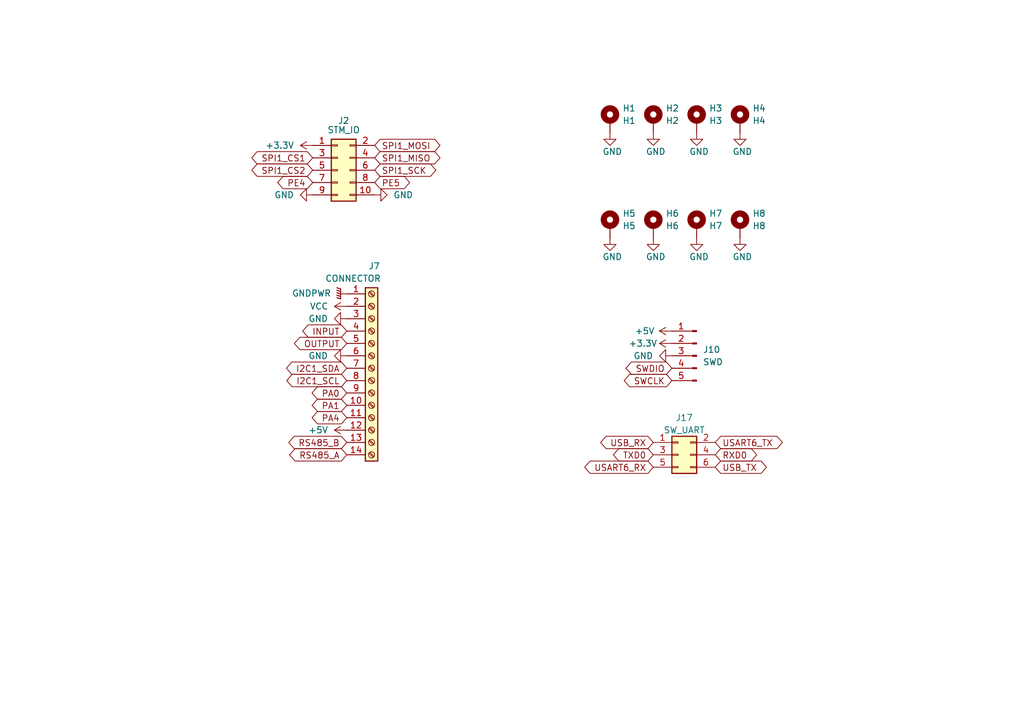
<source format=kicad_sch>
(kicad_sch (version 20211123) (generator eeschema)
  (paper "A5")
  (lib_symbols
    (symbol "Connector:Conn_01x05_Male" (pin_names (offset 1.016) hide)
      (property "Reference" "J" (at 0 7.62 0))
      (property "Value" "Conn_01x05_Male" (at 0 -7.62 0))
      (symbol "Conn_01x05_Male_1_1"
        (polyline (pts (xy 1.27 -5.08) (xy 0.8636 -5.08)) (stroke (width 0.1524)))
        (polyline (pts (xy 1.27 -2.54) (xy 0.8636 -2.54)) (stroke (width 0.1524)))
        (polyline (pts (xy 1.27 0) (xy 0.8636 0)) (stroke (width 0.1524)))
        (polyline (pts (xy 1.27 2.54) (xy 0.8636 2.54)) (stroke (width 0.1524)))
        (polyline (pts (xy 1.27 5.08) (xy 0.8636 5.08)) (stroke (width 0.1524)))
        (rectangle (start 0.8636 -4.953) (end 0 -5.207) (stroke (width 0.1524)) (fill (type outline)))
        (rectangle (start 0.8636 -2.413) (end 0 -2.667) (stroke (width 0.1524)) (fill (type outline)))
        (rectangle (start 0.8636 0.127) (end 0 -0.127) (stroke (width 0.1524)) (fill (type outline)))
        (rectangle (start 0.8636 2.667) (end 0 2.413) (stroke (width 0.1524)) (fill (type outline)))
        (rectangle (start 0.8636 5.207) (end 0 4.953) (stroke (width 0.1524)) (fill (type outline)))
        (pin passive line (at 5.08 5.08 180) (length 3.81) (name "Pin_1") (number "1"))
        (pin passive line (at 5.08 2.54 180) (length 3.81) (name "Pin_2") (number "2"))
        (pin passive line (at 5.08 0 180) (length 3.81) (name "Pin_3") (number "3"))
        (pin passive line (at 5.08 -2.54 180) (length 3.81) (name "Pin_4") (number "4"))
        (pin passive line (at 5.08 -5.08 180) (length 3.81) (name "Pin_5") (number "5"))
      )
    )
    (symbol "Connector:Screw_Terminal_01x14" (pin_names (offset 1.016) hide)
      (property "Reference" "J" (at 0 17.78 0))
      (property "Value" "Screw_Terminal_01x14" (at 0 -20.32 0))
      (symbol "Screw_Terminal_01x14_1_1"
        (rectangle (start -1.27 16.51) (end 1.27 -19.05) (stroke (width 0.254)) (fill (type background)))
        (circle (center 0 -17.78) (radius 0.635) (stroke (width 0.1524)))
        (circle (center 0 -15.24) (radius 0.635) (stroke (width 0.1524)))
        (circle (center 0 -12.7) (radius 0.635) (stroke (width 0.1524)))
        (circle (center 0 -10.16) (radius 0.635) (stroke (width 0.1524)))
        (circle (center 0 -7.62) (radius 0.635) (stroke (width 0.1524)))
        (circle (center 0 -5.08) (radius 0.635) (stroke (width 0.1524)))
        (circle (center 0 -2.54) (radius 0.635) (stroke (width 0.1524)))
        (polyline (pts (xy -0.5334 -17.4498) (xy 0.3302 -18.288)) (stroke (width 0.1524)))
        (polyline (pts (xy -0.5334 -14.9098) (xy 0.3302 -15.748)) (stroke (width 0.1524)))
        (polyline (pts (xy -0.5334 -12.3698) (xy 0.3302 -13.208)) (stroke (width 0.1524)))
        (polyline (pts (xy -0.5334 -9.8298) (xy 0.3302 -10.668)) (stroke (width 0.1524)))
        (polyline (pts (xy -0.5334 -7.2898) (xy 0.3302 -8.128)) (stroke (width 0.1524)))
        (polyline (pts (xy -0.5334 -4.7498) (xy 0.3302 -5.588)) (stroke (width 0.1524)))
        (polyline (pts (xy -0.5334 -2.2098) (xy 0.3302 -3.048)) (stroke (width 0.1524)))
        (polyline (pts (xy -0.5334 0.3302) (xy 0.3302 -0.508)) (stroke (width 0.1524)))
        (polyline (pts (xy -0.5334 2.8702) (xy 0.3302 2.032)) (stroke (width 0.1524)))
        (polyline (pts (xy -0.5334 5.4102) (xy 0.3302 4.572)) (stroke (width 0.1524)))
        (polyline (pts (xy -0.5334 7.9502) (xy 0.3302 7.112)) (stroke (width 0.1524)))
        (polyline (pts (xy -0.5334 10.4902) (xy 0.3302 9.652)) (stroke (width 0.1524)))
        (polyline (pts (xy -0.5334 13.0302) (xy 0.3302 12.192)) (stroke (width 0.1524)))
        (polyline (pts (xy -0.5334 15.5702) (xy 0.3302 14.732)) (stroke (width 0.1524)))
        (polyline (pts (xy -0.3556 -17.272) (xy 0.508 -18.1102)) (stroke (width 0.1524)))
        (polyline (pts (xy -0.3556 -14.732) (xy 0.508 -15.5702)) (stroke (width 0.1524)))
        (polyline (pts (xy -0.3556 -12.192) (xy 0.508 -13.0302)) (stroke (width 0.1524)))
        (polyline (pts (xy -0.3556 -9.652) (xy 0.508 -10.4902)) (stroke (width 0.1524)))
        (polyline (pts (xy -0.3556 -7.112) (xy 0.508 -7.9502)) (stroke (width 0.1524)))
        (polyline (pts (xy -0.3556 -4.572) (xy 0.508 -5.4102)) (stroke (width 0.1524)))
        (polyline (pts (xy -0.3556 -2.032) (xy 0.508 -2.8702)) (stroke (width 0.1524)))
        (polyline (pts (xy -0.3556 0.508) (xy 0.508 -0.3302)) (stroke (width 0.1524)))
        (polyline (pts (xy -0.3556 3.048) (xy 0.508 2.2098)) (stroke (width 0.1524)))
        (polyline (pts (xy -0.3556 5.588) (xy 0.508 4.7498)) (stroke (width 0.1524)))
        (polyline (pts (xy -0.3556 8.128) (xy 0.508 7.2898)) (stroke (width 0.1524)))
        (polyline (pts (xy -0.3556 10.668) (xy 0.508 9.8298)) (stroke (width 0.1524)))
        (polyline (pts (xy -0.3556 13.208) (xy 0.508 12.3698)) (stroke (width 0.1524)))
        (polyline (pts (xy -0.3556 15.748) (xy 0.508 14.9098)) (stroke (width 0.1524)))
        (circle (center 0 0) (radius 0.635) (stroke (width 0.1524)))
        (circle (center 0 2.54) (radius 0.635) (stroke (width 0.1524)))
        (circle (center 0 5.08) (radius 0.635) (stroke (width 0.1524)))
        (circle (center 0 7.62) (radius 0.635) (stroke (width 0.1524)))
        (circle (center 0 10.16) (radius 0.635) (stroke (width 0.1524)))
        (circle (center 0 12.7) (radius 0.635) (stroke (width 0.1524)))
        (circle (center 0 15.24) (radius 0.635) (stroke (width 0.1524)))
        (pin passive line (at -5.08 15.24 0) (length 3.81) (name "Pin_1") (number "1"))
        (pin passive line (at -5.08 -7.62 0) (length 3.81) (name "Pin_10") (number "10"))
        (pin passive line (at -5.08 -10.16 0) (length 3.81) (name "Pin_11") (number "11"))
        (pin passive line (at -5.08 -12.7 0) (length 3.81) (name "Pin_12") (number "12"))
        (pin passive line (at -5.08 -15.24 0) (length 3.81) (name "Pin_13") (number "13"))
        (pin passive line (at -5.08 -17.78 0) (length 3.81) (name "Pin_14") (number "14"))
        (pin passive line (at -5.08 12.7 0) (length 3.81) (name "Pin_2") (number "2"))
        (pin passive line (at -5.08 10.16 0) (length 3.81) (name "Pin_3") (number "3"))
        (pin passive line (at -5.08 7.62 0) (length 3.81) (name "Pin_4") (number "4"))
        (pin passive line (at -5.08 5.08 0) (length 3.81) (name "Pin_5") (number "5"))
        (pin passive line (at -5.08 2.54 0) (length 3.81) (name "Pin_6") (number "6"))
        (pin passive line (at -5.08 0 0) (length 3.81) (name "Pin_7") (number "7"))
        (pin passive line (at -5.08 -2.54 0) (length 3.81) (name "Pin_8") (number "8"))
        (pin passive line (at -5.08 -5.08 0) (length 3.81) (name "Pin_9") (number "9"))
      )
    )
    (symbol "Connector_Generic:Conn_02x03_Odd_Even" (pin_names (offset 1.016) hide)
      (property "Reference" "J" (at 1.27 5.08 0))
      (property "Value" "Conn_02x03_Odd_Even" (at 1.27 -5.08 0))
      (symbol "Conn_02x03_Odd_Even_1_1"
        (rectangle (start -1.27 -2.413) (end 0 -2.667) (stroke (width 0.1524)))
        (rectangle (start -1.27 0.127) (end 0 -0.127) (stroke (width 0.1524)))
        (rectangle (start -1.27 2.667) (end 0 2.413) (stroke (width 0.1524)))
        (rectangle (start -1.27 3.81) (end 3.81 -3.81) (stroke (width 0.254)) (fill (type background)))
        (rectangle (start 3.81 -2.413) (end 2.54 -2.667) (stroke (width 0.1524)))
        (rectangle (start 3.81 0.127) (end 2.54 -0.127) (stroke (width 0.1524)))
        (rectangle (start 3.81 2.667) (end 2.54 2.413) (stroke (width 0.1524)))
        (pin passive line (at -5.08 2.54 0) (length 3.81) (name "Pin_1") (number "1"))
        (pin passive line (at 7.62 2.54 180) (length 3.81) (name "Pin_2") (number "2"))
        (pin passive line (at -5.08 0 0) (length 3.81) (name "Pin_3") (number "3"))
        (pin passive line (at 7.62 0 180) (length 3.81) (name "Pin_4") (number "4"))
        (pin passive line (at -5.08 -2.54 0) (length 3.81) (name "Pin_5") (number "5"))
        (pin passive line (at 7.62 -2.54 180) (length 3.81) (name "Pin_6") (number "6"))
      )
    )
    (symbol "Connector_Generic:Conn_02x05_Odd_Even" (pin_names (offset 1.016) hide)
      (property "Reference" "J" (at 1.27 7.62 0))
      (property "Value" "Conn_02x05_Odd_Even" (at 1.27 -7.62 0))
      (symbol "Conn_02x05_Odd_Even_1_1"
        (rectangle (start -1.27 -4.953) (end 0 -5.207) (stroke (width 0.1524)))
        (rectangle (start -1.27 -2.413) (end 0 -2.667) (stroke (width 0.1524)))
        (rectangle (start -1.27 0.127) (end 0 -0.127) (stroke (width 0.1524)))
        (rectangle (start -1.27 2.667) (end 0 2.413) (stroke (width 0.1524)))
        (rectangle (start -1.27 5.207) (end 0 4.953) (stroke (width 0.1524)))
        (rectangle (start -1.27 6.35) (end 3.81 -6.35) (stroke (width 0.254)) (fill (type background)))
        (rectangle (start 3.81 -4.953) (end 2.54 -5.207) (stroke (width 0.1524)))
        (rectangle (start 3.81 -2.413) (end 2.54 -2.667) (stroke (width 0.1524)))
        (rectangle (start 3.81 0.127) (end 2.54 -0.127) (stroke (width 0.1524)))
        (rectangle (start 3.81 2.667) (end 2.54 2.413) (stroke (width 0.1524)))
        (rectangle (start 3.81 5.207) (end 2.54 4.953) (stroke (width 0.1524)))
        (pin passive line (at -5.08 5.08 0) (length 3.81) (name "Pin_1") (number "1"))
        (pin passive line (at 7.62 -5.08 180) (length 3.81) (name "Pin_10") (number "10"))
        (pin passive line (at 7.62 5.08 180) (length 3.81) (name "Pin_2") (number "2"))
        (pin passive line (at -5.08 2.54 0) (length 3.81) (name "Pin_3") (number "3"))
        (pin passive line (at 7.62 2.54 180) (length 3.81) (name "Pin_4") (number "4"))
        (pin passive line (at -5.08 0 0) (length 3.81) (name "Pin_5") (number "5"))
        (pin passive line (at 7.62 0 180) (length 3.81) (name "Pin_6") (number "6"))
        (pin passive line (at -5.08 -2.54 0) (length 3.81) (name "Pin_7") (number "7"))
        (pin passive line (at 7.62 -2.54 180) (length 3.81) (name "Pin_8") (number "8"))
        (pin passive line (at -5.08 -5.08 0) (length 3.81) (name "Pin_9") (number "9"))
      )
    )
    (symbol "Mechanical:MountingHole_Pad" (pin_numbers hide) (pin_names (offset 1.016) hide)
      (property "Reference" "H" (at 0 6.35 0))
      (property "Value" "MountingHole_Pad" (at 0 4.445 0))
      (symbol "MountingHole_Pad_0_1"
        (circle (center 0 1.27) (radius 1.27) (stroke (width 1.27)))
      )
      (symbol "MountingHole_Pad_1_1"
        (pin input line (at 0 -2.54 90) (length 2.54) (name "1") (number "1"))
      )
    )
    (symbol "power:+3.3V" (power) (pin_names (offset 0))
      (property "Value" "+3.3V" (at 0 3.556 0))
      (symbol "+3.3V_0_1"
        (polyline (pts (xy -0.762 1.27) (xy 0 2.54)))
        (polyline (pts (xy 0 0) (xy 0 2.54)))
        (polyline (pts (xy 0 2.54) (xy 0.762 1.27)))
      )
      (symbol "+3.3V_1_1"
        (pin power_in line (at 0 0 90) (length 0) hide (name "+3.3V") (number "1"))
      )
    )
    (symbol "power:+5V" (power) (pin_names (offset 0))
      (property "Value" "+5V" (at 0 3.556 0))
      (symbol "+5V_0_1"
        (polyline (pts (xy -0.762 1.27) (xy 0 2.54)))
        (polyline (pts (xy 0 0) (xy 0 2.54)))
        (polyline (pts (xy 0 2.54) (xy 0.762 1.27)))
      )
      (symbol "+5V_1_1"
        (pin power_in line (at 0 0 90) (length 0) hide (name "+5V") (number "1"))
      )
    )
    (symbol "power:GND" (power) (pin_names (offset 0))
      (property "Value" "GND" (at 0 -3.81 0))
      (symbol "GND_0_1"
        (polyline (pts (xy 0 0) (xy 0 -1.27) (xy 1.27 -1.27) (xy 0 -2.54) (xy -1.27 -1.27) (xy 0 -1.27)))
      )
      (symbol "GND_1_1"
        (pin power_in line (at 0 0 270) (length 0) hide (name "GND") (number "1"))
      )
    )
    (symbol "power:GNDPWR" (power) (pin_names (offset 0))
      (property "Value" "GNDPWR" (at 0 -3.302 0))
      (symbol "GNDPWR_0_1"
        (polyline (pts (xy 0 -1.27) (xy 0 0)))
        (polyline (pts (xy -1.016 -1.27) (xy -1.27 -2.032) (xy -1.27 -2.032)) (stroke (width 0.2032)))
        (polyline (pts (xy -0.508 -1.27) (xy -0.762 -2.032) (xy -0.762 -2.032)) (stroke (width 0.2032)))
        (polyline (pts (xy 0 -1.27) (xy -0.254 -2.032) (xy -0.254 -2.032)) (stroke (width 0.2032)))
        (polyline (pts (xy 0.508 -1.27) (xy 0.254 -2.032) (xy 0.254 -2.032)) (stroke (width 0.2032)))
        (polyline (pts (xy 1.016 -1.27) (xy -1.016 -1.27) (xy -1.016 -1.27)) (stroke (width 0.2032)))
        (polyline (pts (xy 1.016 -1.27) (xy 0.762 -2.032) (xy 0.762 -2.032) (xy 0.762 -2.032)) (stroke (width 0.2032)))
      )
      (symbol "GNDPWR_1_1"
        (pin power_in line (at 0 0 270) (length 0) hide (name "GNDPWR") (number "1"))
      )
    )
    (symbol "power:VCC" (power) (pin_names (offset 0))
      (property "Value" "VCC" (at 0 3.81 0))
      (symbol "VCC_0_1"
        (polyline (pts (xy -0.762 1.27) (xy 0 2.54)))
        (polyline (pts (xy 0 0) (xy 0 2.54)))
        (polyline (pts (xy 0 2.54) (xy 0.762 1.27)))
      )
      (symbol "VCC_1_1"
        (pin power_in line (at 0 0 90) (length 0) hide (name "VCC") (number "1"))
      )
    )
  )
  (global_label "OUTPUT" (shape bidirectional) (at 71.12 70.485 180) (property "Intersheet References" "${INTERSHEET_REFS}" (effects hide)))
  (global_label "RXD0" (shape bidirectional) (at 146.685 93.345 0) (property "Intersheet References" "${INTERSHEET_REFS}" (effects hide)))
  (global_label "PE4" (shape bidirectional) (at 64.135 37.465 180) (property "Intersheet References" "${INTERSHEET_REFS}" (effects hide)))
  (global_label "SPI1_CS2" (shape bidirectional) (at 64.135 34.925 180) (property "Intersheet References" "${INTERSHEET_REFS}" (effects hide)))
  (global_label "SWDIO" (shape bidirectional) (at 137.795 75.565 180) (property "Intersheet References" "${INTERSHEET_REFS}" (effects hide)))
  (global_label "SPI1_MOSI" (shape bidirectional) (at 76.835 29.845 0) (property "Intersheet References" "${INTERSHEET_REFS}" (effects hide)))
  (global_label "TXD0" (shape bidirectional) (at 133.985 93.345 180) (property "Intersheet References" "${INTERSHEET_REFS}" (effects hide)))
  (global_label "USART6_TX" (shape bidirectional) (at 146.685 90.805 0) (property "Intersheet References" "${INTERSHEET_REFS}" (effects hide)))
  (global_label "PE5" (shape bidirectional) (at 76.835 37.465 0) (property "Intersheet References" "${INTERSHEET_REFS}" (effects hide)))
  (global_label "USART6_RX" (shape bidirectional) (at 133.985 95.885 180) (property "Intersheet References" "${INTERSHEET_REFS}" (effects hide)))
  (global_label "RS485_A" (shape bidirectional) (at 71.12 93.345 180) (property "Intersheet References" "${INTERSHEET_REFS}" (effects hide)))
  (global_label "USB_RX" (shape bidirectional) (at 133.985 90.805 180) (property "Intersheet References" "${INTERSHEET_REFS}" (effects hide)))
  (global_label "SPI1_CS1" (shape bidirectional) (at 64.135 32.385 180) (property "Intersheet References" "${INTERSHEET_REFS}" (effects hide)))
  (global_label "SPI1_SCK" (shape bidirectional) (at 76.835 34.925 0) (property "Intersheet References" "${INTERSHEET_REFS}" (effects hide)))
  (global_label "I2C1_SCL" (shape bidirectional) (at 71.12 78.105 180) (property "Intersheet References" "${INTERSHEET_REFS}" (effects hide)))
  (global_label "SPI1_MISO" (shape bidirectional) (at 76.835 32.385 0) (property "Intersheet References" "${INTERSHEET_REFS}" (effects hide)))
  (global_label "USB_TX" (shape bidirectional) (at 146.685 95.885 0) (property "Intersheet References" "${INTERSHEET_REFS}" (effects hide)))
  (global_label "PA1" (shape bidirectional) (at 71.12 83.185 180) (property "Intersheet References" "${INTERSHEET_REFS}" (effects hide)))
  (global_label "INPUT" (shape bidirectional) (at 71.12 67.945 180) (property "Intersheet References" "${INTERSHEET_REFS}" (effects hide)))
  (global_label "I2C1_SDA" (shape bidirectional) (at 71.12 75.565 180) (property "Intersheet References" "${INTERSHEET_REFS}" (effects hide)))
  (global_label "PA4" (shape bidirectional) (at 71.12 85.725 180) (property "Intersheet References" "${INTERSHEET_REFS}" (effects hide)))
  (global_label "PA0" (shape bidirectional) (at 71.12 80.645 180) (property "Intersheet References" "${INTERSHEET_REFS}" (effects hide)))
  (global_label "SWCLK" (shape bidirectional) (at 137.795 78.105 180) (property "Intersheet References" "${INTERSHEET_REFS}" (effects hide)))
  (global_label "RS485_B" (shape bidirectional) (at 71.12 90.805 180) (property "Intersheet References" "${INTERSHEET_REFS}" (effects hide)))
  (symbol (lib_id "Connector:Conn_01x05_Male") (at 142.875 73.025 0) (mirror y) (unit 1)
    (property "Reference" "J10" (at 144.145 71.7549 0) (effects (justify right)))
    (property "Value" "SWD" (at 144.145 74.2949 0) (effects (justify right)))
    (property "Footprint" "XH_2.54mm_Conn:XH_5P_2.54mm_Horizontal" (effects hide))
  )
  (symbol (lib_id "power:GND") (at 142.875 27.305 0) (unit 1)
    (property "Reference" "#PWR0141" (effects hide))
    (property "Value" "GND" (at 145.415 31.115 0) (effects (justify right)))
  )
  (symbol (lib_id "power:GND") (at 133.985 48.895 0) (unit 1)
    (property "Reference" "#PWR0124" (effects hide))
    (property "Value" "GND" (at 136.525 52.705 0) (effects (justify right)))
  )
  (symbol (lib_id "power:GND") (at 125.095 48.895 0) (unit 1)
    (property "Reference" "#PWR0123" (effects hide))
    (property "Value" "GND" (at 127.635 52.705 0) (effects (justify right)))
  )
  (symbol (lib_id "Mechanical:MountingHole_Pad") (at 125.095 46.355 0) (unit 1)
    (property "Reference" "H5" (at 127.635 43.8149 0) (effects (justify left)))
    (property "Value" "H5" (at 127.635 46.3549 0) (effects (justify left)))
    (property "Footprint" "MountingHole:MountingHole_3.2mm_M3_Pad_Via" (effects hide))
  )
  (symbol (lib_id "power:+5V") (at 137.795 67.945 90) (mirror x) (unit 1)
    (property "Reference" "#PWR0182" (effects hide))
    (property "Value" "+5V" (at 130.175 67.945 90) (effects (justify right)))
  )
  (symbol (lib_id "power:GND") (at 151.765 27.305 0) (unit 1)
    (property "Reference" "#PWR0142" (effects hide))
    (property "Value" "GND" (at 154.305 31.115 0) (effects (justify right)))
  )
  (symbol (lib_id "power:GND") (at 71.12 65.405 270) (unit 1)
    (property "Reference" "#PWR0138" (effects hide))
    (property "Value" "GND" (at 67.31 65.405 90) (effects (justify right)))
  )
  (symbol (lib_id "power:GND") (at 64.135 40.005 270) (unit 1)
    (property "Reference" "#PWR0147" (effects hide))
    (property "Value" "GND" (at 60.325 40.005 90) (effects (justify right)))
  )
  (symbol (lib_id "power:GND") (at 125.095 27.305 0) (unit 1)
    (property "Reference" "#PWR0139" (effects hide))
    (property "Value" "GND" (at 127.635 31.115 0) (effects (justify right)))
  )
  (symbol (lib_id "power:GND") (at 71.12 73.025 270) (unit 1)
    (property "Reference" "#PWR0183" (effects hide))
    (property "Value" "GND" (at 67.31 73.025 90) (effects (justify right)))
  )
  (symbol (lib_id "power:GND") (at 133.985 27.305 0) (unit 1)
    (property "Reference" "#PWR0140" (effects hide))
    (property "Value" "GND" (at 136.525 31.115 0) (effects (justify right)))
  )
  (symbol (lib_id "Connector_Generic:Conn_02x05_Odd_Even") (at 69.215 34.925 0) (unit 1)
    (property "Reference" "J2" (at 70.485 24.765 0))
    (property "Value" "STM_IO" (at 70.485 26.67 0))
    (property "Footprint" "Connector_PinHeader_2.54mm:PinHeader_2x05_P2.54mm_Vertical" (effects hide))
  )
  (symbol (lib_id "Mechanical:MountingHole_Pad") (at 133.985 46.355 0) (unit 1)
    (property "Reference" "H6" (at 136.525 43.8149 0) (effects (justify left)))
    (property "Value" "H6" (at 136.525 46.3549 0) (effects (justify left)))
    (property "Footprint" "MountingHole:MountingHole_3.2mm_M3_Pad_Via" (effects hide))
  )
  (symbol (lib_id "Mechanical:MountingHole_Pad") (at 125.095 24.765 0) (unit 1)
    (property "Reference" "H1" (at 127.635 22.2249 0) (effects (justify left)))
    (property "Value" "H1" (at 127.635 24.7649 0) (effects (justify left)))
    (property "Footprint" "MountingHole:MountingHole_2.2mm_M2_Pad_Via" (effects hide))
  )
  (symbol (lib_id "Mechanical:MountingHole_Pad") (at 151.765 46.355 0) (unit 1)
    (property "Reference" "H8" (at 154.305 43.8149 0) (effects (justify left)))
    (property "Value" "H8" (at 154.305 46.3549 0) (effects (justify left)))
    (property "Footprint" "MountingHole:MountingHole_3.2mm_M3_Pad_Via" (effects hide))
  )
  (symbol (lib_id "power:GND") (at 151.765 48.895 0) (unit 1)
    (property "Reference" "#PWR0146" (effects hide))
    (property "Value" "GND" (at 154.305 52.705 0) (effects (justify right)))
  )
  (symbol (lib_id "power:+3.3V") (at 137.795 70.485 90) (unit 1)
    (property "Reference" "#PWR0153" (effects hide))
    (property "Value" "+3.3V" (at 128.905 70.485 90) (effects (justify right)))
  )
  (symbol (lib_id "Mechanical:MountingHole_Pad") (at 142.875 24.765 0) (unit 1)
    (property "Reference" "H3" (at 145.415 22.2249 0) (effects (justify left)))
    (property "Value" "H3" (at 145.415 24.7649 0) (effects (justify left)))
    (property "Footprint" "MountingHole:MountingHole_2.2mm_M2_Pad_Via" (effects hide))
  )
  (symbol (lib_id "Mechanical:MountingHole_Pad") (at 133.985 24.765 0) (unit 1)
    (property "Reference" "H2" (at 136.525 22.2249 0) (effects (justify left)))
    (property "Value" "H2" (at 136.525 24.7649 0) (effects (justify left)))
    (property "Footprint" "MountingHole:MountingHole_2.2mm_M2_Pad_Via" (effects hide))
  )
  (symbol (lib_id "Mechanical:MountingHole_Pad") (at 151.765 24.765 0) (unit 1)
    (property "Reference" "H4" (at 154.305 22.2249 0) (effects (justify left)))
    (property "Value" "H4" (at 154.305 24.7649 0) (effects (justify left)))
    (property "Footprint" "MountingHole:MountingHole_2.2mm_M2_Pad_Via" (effects hide))
  )
  (symbol (lib_id "Connector_Generic:Conn_02x03_Odd_Even") (at 139.065 93.345 0) (unit 1)
    (property "Reference" "J17" (at 140.335 85.725 0))
    (property "Value" "SW_UART" (at 140.335 88.265 0))
    (property "Footprint" "Connector_PinHeader_2.54mm:PinHeader_2x03_P2.54mm_Vertical" (effects hide))
  )
  (symbol (lib_id "power:GND") (at 137.795 73.025 270) (unit 1)
    (property "Reference" "#PWR0154" (effects hide))
    (property "Value" "GND" (at 133.985 73.025 90) (effects (justify right)))
  )
  (symbol (lib_id "power:GND") (at 142.875 48.895 0) (unit 1)
    (property "Reference" "#PWR0125" (effects hide))
    (property "Value" "GND" (at 145.415 52.705 0) (effects (justify right)))
  )
  (symbol (lib_id "power:+3.3V") (at 64.135 29.845 90) (unit 1)
    (property "Reference" "#PWR0180" (effects hide))
    (property "Value" "+3.3V" (at 60.325 29.8449 90) (effects (justify left)))
  )
  (symbol (lib_id "power:VCC") (at 71.12 62.865 90) (mirror x) (unit 1)
    (property "Reference" "#PWR0130" (effects hide))
    (property "Value" "VCC" (at 63.5 62.865 90) (effects (justify right)))
  )
  (symbol (lib_id "power:GND") (at 76.835 40.005 90) (unit 1)
    (property "Reference" "#PWR040" (effects hide))
    (property "Value" "GND" (at 80.645 40.005 90) (effects (justify right)))
  )
  (symbol (lib_id "Mechanical:MountingHole_Pad") (at 142.875 46.355 0) (unit 1)
    (property "Reference" "H7" (at 145.415 43.8149 0) (effects (justify left)))
    (property "Value" "H7" (at 145.415 46.3549 0) (effects (justify left)))
    (property "Footprint" "MountingHole:MountingHole_3.2mm_M3_Pad_Via" (effects hide))
  )
  (symbol (lib_id "power:+5V") (at 71.12 88.265 90) (unit 1)
    (property "Reference" "#PWR0162" (effects hide))
    (property "Value" "+5V" (at 67.31 88.2649 90) (effects (justify left)))
  )
  (symbol (lib_id "Connector:Screw_Terminal_01x14") (at 76.2 75.565 0) (unit 1)
    (property "Reference" "J7" (at 75.565 54.61 0) (effects (justify left)))
    (property "Value" "CONNECTOR" (at 66.675 57.15 0) (effects (justify left)))
    (property "Footprint" "TerminalBlock_Phoenix:TerminalBlock_Phoenix_MKDS-1,5-14-5.08_1x14_P5.08mm_Horizontal" (effects hide))
  )
  (symbol (lib_id "power:GNDPWR") (at 71.12 60.325 270) (unit 1)
    (property "Reference" "#PWR0169" (effects hide))
    (property "Value" "GNDPWR" (at 67.945 60.1979 90) (effects (justify right)))
  )
)
</source>
